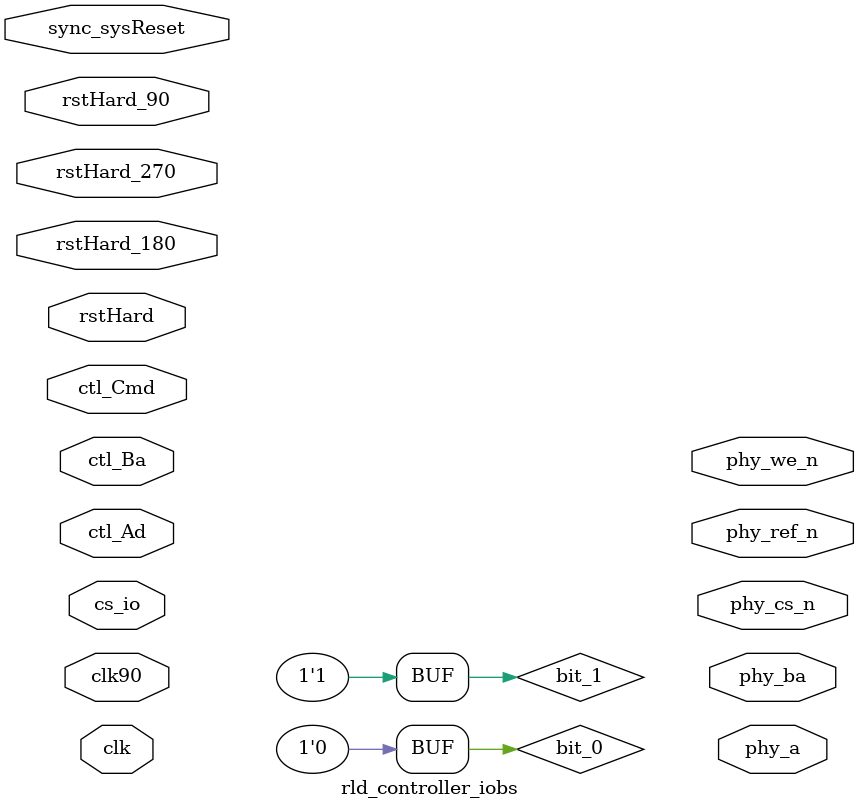
<source format=v>

`timescale 1ns/100ps

module  rld_controller_iobs  (
   clk,
   clk90,
   sync_sysReset,
   rstHard,
   rstHard_90,
   rstHard_180,
   rstHard_270,
   
   phy_a,        // A  (address)
   phy_ba,       // BA (bank address)
   phy_cs_n,     // CS#
   phy_we_n,     // WE#
   phy_ref_n,    // REF#

   ctl_Cmd,
   ctl_Ad,
   ctl_Ba,

   // chipscope debug ports
   cs_io
);

// parameter definitions
parameter RL_DQ_WIDTH     = 36;
parameter DEV_DQ_WIDTH    = 18;  // data width of the memory device
parameter NUM_OF_DEVS     = RL_DQ_WIDTH/DEV_DQ_WIDTH;  // number of memory devices
parameter NUM_OF_DKS      = (DEV_DQ_WIDTH == 36) ? 2*NUM_OF_DEVS : NUM_OF_DEVS;
parameter DEV_AD_WIDTH    = 20;  // address width of the memory device
parameter DEV_BA_WIDTH    = 3;   // bank address width of the memory device
parameter DUPLICATE_CONTROLS = 1'b0;  // Duplicate the ports for A, BA, WE# and REF#
//
parameter RL_IO_TYPE     = 2'b00;    // CIO=2'b00  SIO_CIO_HYBRID=2'b01  SIO=2'b10
parameter DEVICE_ARCH    = 2'b00;    // Virtex4=2'b00  Virtex5=2'b01
parameter CAPTURE_METHOD = 2'b00;    // Direct Clocking=2'b00  SerDes=2'b01
// end of parameter definitions

   input                      clk;
   input                      clk90;
   input                      sync_sysReset;
   input                      rstHard;
   input                      rstHard_90;
   input                      rstHard_180;
   input                      rstHard_270;

(* IOSTANDARD = "HSTL_II_18" *) output [DEV_AD_WIDTH-1:0]  phy_a;
(* IOB = "TRUE" *)              reg    [DEV_AD_WIDTH-1:0]  phy_a;
(* IOSTANDARD = "HSTL_II_18" *) output [DEV_BA_WIDTH-1:0]  phy_ba;
(* IOB = "TRUE" *)              reg    [DEV_BA_WIDTH-1:0]  phy_ba;
(* IOSTANDARD = "HSTL_II_18" *) output                     phy_we_n;
(* IOB = "TRUE" *)              reg                        phy_we_n;
(* IOSTANDARD = "HSTL_II_18" *) output                     phy_ref_n;
(* IOB = "TRUE" *)              reg                        phy_ref_n;
(* IOSTANDARD = "HSTL_II_18" *) output [NUM_OF_DEVS-1:0]   phy_cs_n;
(* IOB = "TRUE" *)              reg    [NUM_OF_DEVS-1:0]   phy_cs_n;

   input  [3:0]               ctl_Cmd;
   input  [DEV_AD_WIDTH-1:0]  ctl_Ad;
   input  [DEV_BA_WIDTH-1:0]  ctl_Ba;

   inout  [1023:0]            cs_io;


   reg    [3:0]               ctlCmd;
   reg    [DEV_AD_WIDTH-1:0]  ctlAd;
   reg    [DEV_BA_WIDTH-1:0]  ctlBa;

   // specific to Virtex-5
   reg    [DEV_BA_WIDTH-1:0]  ctlBa_d1;
   reg    [DEV_AD_WIDTH-1:0]  ctlAd_d1;
   reg    [3:0]               ctlCmd_d1;

   // specific to Virtex-4
   wire   [DEV_BA_WIDTH-1:0]  ctlBa_d7;
   reg    [DEV_BA_WIDTH-1:0]  ctlBa_d8;
   wire   [DEV_AD_WIDTH-1:0]  ctlAd_d7;
   reg    [DEV_AD_WIDTH-1:0]  ctlAd_d8;
   wire   [3:0]               ctlCmd_d7;
   reg    [3:0]               ctlCmd_d8;
   wire   [NUM_OF_DEVS-1:0]   phy_cs_dup;

   // test points
   reg                        TEST_CS_N;
   reg                        TEST_REF_N;
   reg                        TEST_WE_N;
   reg    [DEV_BA_WIDTH-1:0]  TEST_BA;

   wire   clk180;
   wire   clk270;

   wire  bit_0 = 1'b0;  // constants
   wire  bit_1 = 1'b1;  


   assign clk180 = ~clk;
   assign clk270 = ~clk90;


   // -----------------------------------------------------------------------------
   // Bank Address (BA) bits
   // -----------------------------------------------------------------------------
   genvar i_ba;

   generate
if ( DEVICE_ARCH == 2'b01 )  begin : ba_virtex5_insts
         always @( posedge clk )
         begin : Ba_fd
            ctlBa    <= ctl_Ba;
            ctlBa_d1 <= ctlBa;
            TEST_BA  <= ctlBa_d1;  // TEST probe for RC_BA[2:0] output signals
         end

         always @( posedge clk180 )
         begin : Ba_phy_fd
            if ( rstHard_180 )
               phy_ba <= {DEV_BA_WIDTH{1'b0}};
            else
               phy_ba <= ctlBa_d1;
         end
      end
   endgenerate


   // -----------------------------------------------------------------------------
   // Address (A) bits
   // -----------------------------------------------------------------------------
   genvar i_ad;

   generate
if ( DEVICE_ARCH == 2'b01 )  begin : ad_virtex5_insts
         always @( posedge clk )
         begin : Ad_fd
            ctlAd    <= ctl_Ad;
            ctlAd_d1 <= ctlAd;
         end

         always @( posedge clk180 )
         begin : Ad_phy_fd
            if ( rstHard_180 )
               phy_a <= {DEV_AD_WIDTH{1'b0}};
            else
               phy_a <= ctlAd_d1;
         end
      end
   endgenerate


   // -----------------------------------------------------------------------------
   // Signal "ctl_Cmd" holds control bits for CS#, WE# and REF#
   //    ctl_Cmd[3] : CS#
   //    ctl_Cmd[2] : <unused>  (was AS#)
   //    ctl_Cmd[1] : WE#
   //    ctl_Cmd[0] : REF#
   // -----------------------------------------------------------------------------

   // -----------------------------------------------------------------------------
   // CS chip select (control)
   // -----------------------------------------------------------------------------
   genvar i_cs;

   generate
if ( DEVICE_ARCH == 2'b01 )  begin : cs_virtex5_insts
         always @( posedge clk )
         begin : Cmd3_fd
            ctlCmd[3]    <= ctl_Cmd[3];
            ctlCmd_d1[3] <= ctlCmd[3];
            TEST_CS_N    <= ctlCmd_d1[3];  // TEST probe for RC_CS_N output signal
         end  

         always @( posedge clk180 or posedge sync_sysReset )  // D-flop, async preset
         begin : Cs_phy_fd
            if ( sync_sysReset )
               phy_cs_n <= {NUM_OF_DEVS{1'b1}};
            else
               phy_cs_n <= {NUM_OF_DEVS{ctlCmd_d1[3]}};  // duplicate ctl_Cmd[3]
         end 
         
//         for (i_cs = 0; i_cs < NUM_OF_DEVS; i_cs = i_cs + 1)  begin : cs_bit_insts
//            (* IOB = "TRUE" *)
//            FDPE  Cs_phy_fd  (
//               .C   ( clk180 ),
//               .PRE ( sync_sysReset ),
//               .CE  ( 1'b1 ),
//               .D   ( ctlCmd_d1[3] ),  // duplicate ctl_Cmd[3]
//               .Q   ( phy_cs_n[i_cs] )
//            );
//         end
      end
   endgenerate


   // -----------------------------------------------------------------------------
   // ctl_Cmd[2] is unused
   // -----------------------------------------------------------------------------
   always @( posedge clk )
      ctlCmd_d1[2] <= 1'b0;


   // -----------------------------------------------------------------------------
   // WE read/write command
   // -----------------------------------------------------------------------------
   genvar i_we;

   generate
 if ( DEVICE_ARCH == 2'b01 )  begin : we_virtex5_insts
         always @( posedge clk )
         begin : We_fd
            ctlCmd[1]    <= ctl_Cmd[1];
            ctlCmd_d1[1] <= ctlCmd[1];
            TEST_WE_N    <= ctlCmd_d1[1];  // TEST probe for RC_WE_N output signal
         end

         always @( posedge clk180 or posedge sync_sysReset )  // D-flop, async preset
         begin : We_phy_fd
            if ( sync_sysReset )
               phy_we_n <= 1'b1;
            else
               phy_we_n <= ctlCmd_d1[1];
         end
      end
   endgenerate


   // -----------------------------------------------------------------------------
   // REF refresh command
   // -----------------------------------------------------------------------------
   genvar i_ref;

   generate
 if ( DEVICE_ARCH == 2'b01 )  begin : ref_virtex5_insts
         always @( posedge clk )
         begin : Ref_fd
            ctlCmd[0]    <= ctl_Cmd[0];
            ctlCmd_d1[0] <= ctlCmd[0];
            TEST_REF_N   <= ctlCmd_d1[0];  // TEST probe for RC_REF_N output signal
         end

         always @( posedge clk180 or posedge sync_sysReset )  // D-flop, async preset
         begin : Ref_phy_fd
            if ( sync_sysReset )
               phy_ref_n <= 1'b1;
            else
               phy_ref_n <= ctlCmd_d1[0];
         end
      end
   endgenerate


   // -----------------------------------------------------------------------------
   // Assign chipscope probes
   // -----------------------------------------------------------------------------
   generate
if ( DEVICE_ARCH == 2'b01 )  begin : cs_CTL_virtex5_probes
         // chipscope PHY related signals
         assign cs_io[93]       = TEST_CS_N;     // CS
         assign cs_io[94]       = TEST_WE_N;     // WE
         assign cs_io[95]       = TEST_REF_N;    // REF
         assign cs_io[98:96]    = TEST_BA;
         assign cs_io[99]       = 1'b0;
      end
   endgenerate


endmodule

</source>
